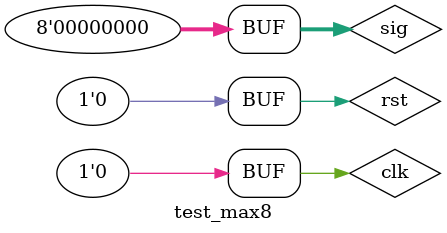
<source format=v>
`timescale 1ns / 1ps
module test_max8;

	// Inputs
	reg [7:0] sig;
	reg clk;
	reg rst;

	// Outputs
	wire [6:0] max;

	// Instantiate the Unit Under Test (UUT)
	max8 uut (
		.sig(sig), 
		.max(max), 
		.clk(clk), 
		.rst(rst)
	);

	initial begin
		// Initialize Inputs
		sig = 0;
		clk = 0;
		rst = 0;

		// Wait 100 ns for global reset to finish
		#100;
      // reset
		#5 clk = 0; rst = 1;
		#5 clk = 1;		
		#5 clk = 0; rst = 0;
		#5 clk = 1;		
		// test
		repeat (8)
		begin
			#5 clk = 0; sig = sig + 1;
			#5 clk = 1;	
		end		
		repeat (24)
		begin
			#5 clk = 0; sig = sig - 1;
			#5 clk = 1;	
		end		
		repeat (40)
		begin
			#5 clk = 0; sig = sig + 1;
			#5 clk = 1;	
		end		
		repeat (56)
		begin
			#5 clk = 0; sig = sig - 1;
			#5 clk = 1;	
		end		
		repeat (32)
		begin
			#5 clk = 0; sig = sig + 1;
			#5 clk = 1;	
		end		
		#5 clk = 0; rst = 1;
		#5 clk = 1;		
		#5 clk = 0; rst = 0;
		#5 clk = 1;		
		#5 clk = 0;
	end
      
endmodule


</source>
